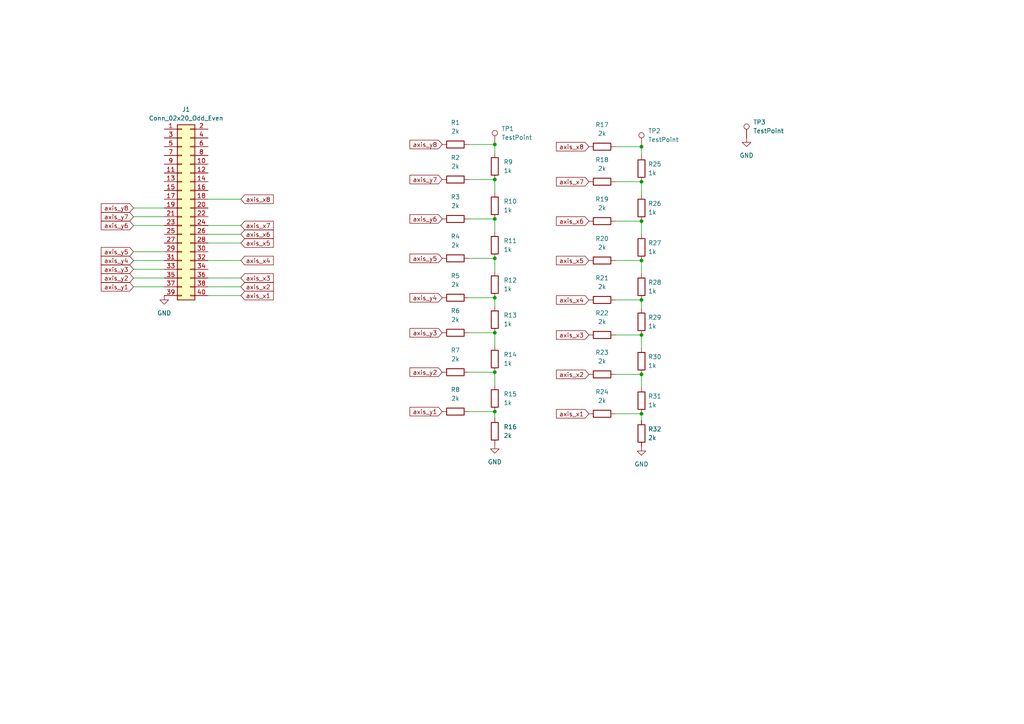
<source format=kicad_sch>
(kicad_sch (version 20230121) (generator eeschema)
  (paper "A4")
  (lib_symbols
    (symbol "Connector:TestPoint" (pin_numbers hide) (pin_names (offset 0.762) hide)
      (property "Reference" "TP" (at 0 6.858 0))
      (property "Value" "TestPoint" (at 0 5.08 0))
      (symbol "TestPoint_0_1"
        (circle (center 0 3.302) (radius 0.762))
      )
      (symbol "TestPoint_1_1"
        (pin passive line (at 0 0 90) (length 2.54) (name "1") (number "1"))
      )
    )
    (symbol "Connector_Generic:Conn_02x20_Odd_Even" (pin_names (offset 1.016) hide)
      (property "Reference" "J" (at 1.27 25.4 0))
      (property "Value" "Conn_02x20_Odd_Even" (at 1.27 -27.94 0))
      (symbol "Conn_02x20_Odd_Even_1_1"
        (rectangle (start -1.27 -25.273) (end 0 -25.527) (stroke (width 0.1524)))
        (rectangle (start -1.27 -22.733) (end 0 -22.987) (stroke (width 0.1524)))
        (rectangle (start -1.27 -20.193) (end 0 -20.447) (stroke (width 0.1524)))
        (rectangle (start -1.27 -17.653) (end 0 -17.907) (stroke (width 0.1524)))
        (rectangle (start -1.27 -15.113) (end 0 -15.367) (stroke (width 0.1524)))
        (rectangle (start -1.27 -12.573) (end 0 -12.827) (stroke (width 0.1524)))
        (rectangle (start -1.27 -10.033) (end 0 -10.287) (stroke (width 0.1524)))
        (rectangle (start -1.27 -7.493) (end 0 -7.747) (stroke (width 0.1524)))
        (rectangle (start -1.27 -4.953) (end 0 -5.207) (stroke (width 0.1524)))
        (rectangle (start -1.27 -2.413) (end 0 -2.667) (stroke (width 0.1524)))
        (rectangle (start -1.27 0.127) (end 0 -0.127) (stroke (width 0.1524)))
        (rectangle (start -1.27 2.667) (end 0 2.413) (stroke (width 0.1524)))
        (rectangle (start -1.27 5.207) (end 0 4.953) (stroke (width 0.1524)))
        (rectangle (start -1.27 7.747) (end 0 7.493) (stroke (width 0.1524)))
        (rectangle (start -1.27 10.287) (end 0 10.033) (stroke (width 0.1524)))
        (rectangle (start -1.27 12.827) (end 0 12.573) (stroke (width 0.1524)))
        (rectangle (start -1.27 15.367) (end 0 15.113) (stroke (width 0.1524)))
        (rectangle (start -1.27 17.907) (end 0 17.653) (stroke (width 0.1524)))
        (rectangle (start -1.27 20.447) (end 0 20.193) (stroke (width 0.1524)))
        (rectangle (start -1.27 22.987) (end 0 22.733) (stroke (width 0.1524)))
        (rectangle (start -1.27 24.13) (end 3.81 -26.67) (stroke (width 0.254)) (fill (type background)))
        (rectangle (start 3.81 -25.273) (end 2.54 -25.527) (stroke (width 0.1524)))
        (rectangle (start 3.81 -22.733) (end 2.54 -22.987) (stroke (width 0.1524)))
        (rectangle (start 3.81 -20.193) (end 2.54 -20.447) (stroke (width 0.1524)))
        (rectangle (start 3.81 -17.653) (end 2.54 -17.907) (stroke (width 0.1524)))
        (rectangle (start 3.81 -15.113) (end 2.54 -15.367) (stroke (width 0.1524)))
        (rectangle (start 3.81 -12.573) (end 2.54 -12.827) (stroke (width 0.1524)))
        (rectangle (start 3.81 -10.033) (end 2.54 -10.287) (stroke (width 0.1524)))
        (rectangle (start 3.81 -7.493) (end 2.54 -7.747) (stroke (width 0.1524)))
        (rectangle (start 3.81 -4.953) (end 2.54 -5.207) (stroke (width 0.1524)))
        (rectangle (start 3.81 -2.413) (end 2.54 -2.667) (stroke (width 0.1524)))
        (rectangle (start 3.81 0.127) (end 2.54 -0.127) (stroke (width 0.1524)))
        (rectangle (start 3.81 2.667) (end 2.54 2.413) (stroke (width 0.1524)))
        (rectangle (start 3.81 5.207) (end 2.54 4.953) (stroke (width 0.1524)))
        (rectangle (start 3.81 7.747) (end 2.54 7.493) (stroke (width 0.1524)))
        (rectangle (start 3.81 10.287) (end 2.54 10.033) (stroke (width 0.1524)))
        (rectangle (start 3.81 12.827) (end 2.54 12.573) (stroke (width 0.1524)))
        (rectangle (start 3.81 15.367) (end 2.54 15.113) (stroke (width 0.1524)))
        (rectangle (start 3.81 17.907) (end 2.54 17.653) (stroke (width 0.1524)))
        (rectangle (start 3.81 20.447) (end 2.54 20.193) (stroke (width 0.1524)))
        (rectangle (start 3.81 22.987) (end 2.54 22.733) (stroke (width 0.1524)))
        (pin passive line (at -5.08 22.86 0) (length 3.81) (name "Pin_1") (number "1"))
        (pin passive line (at 7.62 12.7 180) (length 3.81) (name "Pin_10") (number "10"))
        (pin passive line (at -5.08 10.16 0) (length 3.81) (name "Pin_11") (number "11"))
        (pin passive line (at 7.62 10.16 180) (length 3.81) (name "Pin_12") (number "12"))
        (pin passive line (at -5.08 7.62 0) (length 3.81) (name "Pin_13") (number "13"))
        (pin passive line (at 7.62 7.62 180) (length 3.81) (name "Pin_14") (number "14"))
        (pin passive line (at -5.08 5.08 0) (length 3.81) (name "Pin_15") (number "15"))
        (pin passive line (at 7.62 5.08 180) (length 3.81) (name "Pin_16") (number "16"))
        (pin passive line (at -5.08 2.54 0) (length 3.81) (name "Pin_17") (number "17"))
        (pin passive line (at 7.62 2.54 180) (length 3.81) (name "Pin_18") (number "18"))
        (pin passive line (at -5.08 0 0) (length 3.81) (name "Pin_19") (number "19"))
        (pin passive line (at 7.62 22.86 180) (length 3.81) (name "Pin_2") (number "2"))
        (pin passive line (at 7.62 0 180) (length 3.81) (name "Pin_20") (number "20"))
        (pin passive line (at -5.08 -2.54 0) (length 3.81) (name "Pin_21") (number "21"))
        (pin passive line (at 7.62 -2.54 180) (length 3.81) (name "Pin_22") (number "22"))
        (pin passive line (at -5.08 -5.08 0) (length 3.81) (name "Pin_23") (number "23"))
        (pin passive line (at 7.62 -5.08 180) (length 3.81) (name "Pin_24") (number "24"))
        (pin passive line (at -5.08 -7.62 0) (length 3.81) (name "Pin_25") (number "25"))
        (pin passive line (at 7.62 -7.62 180) (length 3.81) (name "Pin_26") (number "26"))
        (pin passive line (at -5.08 -10.16 0) (length 3.81) (name "Pin_27") (number "27"))
        (pin passive line (at 7.62 -10.16 180) (length 3.81) (name "Pin_28") (number "28"))
        (pin passive line (at -5.08 -12.7 0) (length 3.81) (name "Pin_29") (number "29"))
        (pin passive line (at -5.08 20.32 0) (length 3.81) (name "Pin_3") (number "3"))
        (pin passive line (at 7.62 -12.7 180) (length 3.81) (name "Pin_30") (number "30"))
        (pin passive line (at -5.08 -15.24 0) (length 3.81) (name "Pin_31") (number "31"))
        (pin passive line (at 7.62 -15.24 180) (length 3.81) (name "Pin_32") (number "32"))
        (pin passive line (at -5.08 -17.78 0) (length 3.81) (name "Pin_33") (number "33"))
        (pin passive line (at 7.62 -17.78 180) (length 3.81) (name "Pin_34") (number "34"))
        (pin passive line (at -5.08 -20.32 0) (length 3.81) (name "Pin_35") (number "35"))
        (pin passive line (at 7.62 -20.32 180) (length 3.81) (name "Pin_36") (number "36"))
        (pin passive line (at -5.08 -22.86 0) (length 3.81) (name "Pin_37") (number "37"))
        (pin passive line (at 7.62 -22.86 180) (length 3.81) (name "Pin_38") (number "38"))
        (pin passive line (at -5.08 -25.4 0) (length 3.81) (name "Pin_39") (number "39"))
        (pin passive line (at 7.62 20.32 180) (length 3.81) (name "Pin_4") (number "4"))
        (pin passive line (at 7.62 -25.4 180) (length 3.81) (name "Pin_40") (number "40"))
        (pin passive line (at -5.08 17.78 0) (length 3.81) (name "Pin_5") (number "5"))
        (pin passive line (at 7.62 17.78 180) (length 3.81) (name "Pin_6") (number "6"))
        (pin passive line (at -5.08 15.24 0) (length 3.81) (name "Pin_7") (number "7"))
        (pin passive line (at 7.62 15.24 180) (length 3.81) (name "Pin_8") (number "8"))
        (pin passive line (at -5.08 12.7 0) (length 3.81) (name "Pin_9") (number "9"))
      )
    )
    (symbol "Device:R" (pin_numbers hide) (pin_names (offset 0))
      (property "Reference" "R" (at 2.032 0 90))
      (property "Value" "R" (at 0 0 90))
      (symbol "R_0_1"
        (rectangle (start -1.016 -2.54) (end 1.016 2.54) (stroke (width 0.254)))
      )
      (symbol "R_1_1"
        (pin passive line (at 0 3.81 270) (length 1.27) (name "~") (number "1"))
        (pin passive line (at 0 -3.81 90) (length 1.27) (name "~") (number "2"))
      )
    )
    (symbol "power:GND" (power) (pin_names (offset 0))
      (property "Value" "GND" (at 0 -3.81 0))
      (symbol "GND_0_1"
        (polyline (pts (xy 0 0) (xy 0 -1.27) (xy 1.27 -1.27) (xy 0 -2.54) (xy -1.27 -1.27) (xy 0 -1.27)))
      )
      (symbol "GND_1_1"
        (pin power_in line (at 0 0 270) (length 0) hide (name "GND") (number "1"))
      )
    )
  )
  (junction (at 143.51 86.36))
  (junction (at 143.51 63.5))
  (junction (at 143.51 52.07))
  (junction (at 143.51 41.91))
  (junction (at 143.51 96.52))
  (junction (at 186.055 52.705))
  (junction (at 186.055 75.565))
  (junction (at 186.055 108.585))
  (junction (at 186.055 64.135))
  (junction (at 186.055 42.545))
  (junction (at 186.055 120.015))
  (junction (at 186.055 86.995))
  (junction (at 143.51 74.93))
  (junction (at 186.055 97.155))
  (junction (at 143.51 107.95))
  (junction (at 143.51 119.38))
  (wire (pts (xy 135.89 52.07) (xy 143.51 52.07)))
  (wire (pts (xy 186.055 52.705) (xy 186.055 56.515)))
  (wire (pts (xy 186.055 75.565) (xy 186.055 79.375)))
  (wire (pts (xy 135.89 119.38) (xy 143.51 119.38)))
  (wire (pts (xy 135.89 41.91) (xy 143.51 41.91)))
  (wire (pts (xy 143.51 96.52) (xy 143.51 100.33)))
  (wire (pts (xy 38.735 83.185) (xy 47.625 83.185)))
  (wire (pts (xy 38.735 78.105) (xy 47.625 78.105)))
  (wire (pts (xy 38.735 62.865) (xy 47.625 62.865)))
  (wire (pts (xy 135.89 107.95) (xy 143.51 107.95)))
  (wire (pts (xy 143.51 74.93) (xy 143.51 78.74)))
  (wire (pts (xy 178.435 64.135) (xy 186.055 64.135)))
  (wire (pts (xy 178.435 108.585) (xy 186.055 108.585)))
  (wire (pts (xy 178.435 97.155) (xy 186.055 97.155)))
  (wire (pts (xy 38.735 75.565) (xy 47.625 75.565)))
  (wire (pts (xy 60.325 65.405) (xy 69.85 65.405)))
  (wire (pts (xy 60.325 80.645) (xy 69.85 80.645)))
  (wire (pts (xy 143.51 41.91) (xy 143.51 44.45)))
  (wire (pts (xy 135.89 74.93) (xy 143.51 74.93)))
  (wire (pts (xy 178.435 86.995) (xy 186.055 86.995)))
  (wire (pts (xy 38.735 73.025) (xy 47.625 73.025)))
  (wire (pts (xy 186.055 86.995) (xy 186.055 89.535)))
  (wire (pts (xy 135.89 86.36) (xy 143.51 86.36)))
  (wire (pts (xy 143.51 52.07) (xy 143.51 55.88)))
  (wire (pts (xy 143.51 86.36) (xy 143.51 88.9)))
  (wire (pts (xy 178.435 42.545) (xy 186.055 42.545)))
  (wire (pts (xy 186.055 97.155) (xy 186.055 100.965)))
  (wire (pts (xy 178.435 52.705) (xy 186.055 52.705)))
  (wire (pts (xy 178.435 120.015) (xy 186.055 120.015)))
  (wire (pts (xy 38.735 60.325) (xy 47.625 60.325)))
  (wire (pts (xy 143.51 63.5) (xy 143.51 67.31)))
  (wire (pts (xy 186.055 64.135) (xy 186.055 67.945)))
  (wire (pts (xy 60.325 57.785) (xy 69.85 57.785)))
  (wire (pts (xy 186.055 108.585) (xy 186.055 112.395)))
  (wire (pts (xy 178.435 75.565) (xy 186.055 75.565)))
  (wire (pts (xy 60.325 67.945) (xy 69.85 67.945)))
  (wire (pts (xy 38.735 65.405) (xy 47.625 65.405)))
  (wire (pts (xy 143.51 107.95) (xy 143.51 111.76)))
  (wire (pts (xy 60.325 70.485) (xy 69.85 70.485)))
  (wire (pts (xy 135.89 96.52) (xy 143.51 96.52)))
  (wire (pts (xy 38.735 80.645) (xy 47.625 80.645)))
  (wire (pts (xy 60.325 85.725) (xy 69.85 85.725)))
  (wire (pts (xy 135.89 63.5) (xy 143.51 63.5)))
  (wire (pts (xy 186.055 120.015) (xy 186.055 121.92)))
  (wire (pts (xy 60.325 83.185) (xy 69.85 83.185)))
  (wire (pts (xy 60.325 75.565) (xy 69.85 75.565)))
  (wire (pts (xy 186.055 42.545) (xy 186.055 45.085)))
  (wire (pts (xy 143.51 119.38) (xy 143.51 121.285)))
  (global_label "axis_y1" (shape input) (at 128.27 119.38 180) (property "Intersheetrefs" "${INTERSHEET_REFS}" (effects hide)))
  (global_label "axis_x6" (shape input) (at 170.815 64.135 180) (property "Intersheetrefs" "${INTERSHEET_REFS}" (effects hide)))
  (global_label "axis_y8" (shape input) (at 38.735 60.325 180) (property "Intersheetrefs" "${INTERSHEET_REFS}" (effects hide)))
  (global_label "axis_x8" (shape input) (at 170.815 42.545 180) (property "Intersheetrefs" "${INTERSHEET_REFS}" (effects hide)))
  (global_label "axis_y7" (shape input) (at 38.735 62.865 180) (property "Intersheetrefs" "${INTERSHEET_REFS}" (effects hide)))
  (global_label "axis_x6" (shape input) (at 69.85 67.945 0) (property "Intersheetrefs" "${INTERSHEET_REFS}" (effects hide)))
  (global_label "axis_x5" (shape input) (at 69.85 70.485 0) (property "Intersheetrefs" "${INTERSHEET_REFS}" (effects hide)))
  (global_label "axis_y4" (shape input) (at 38.735 75.565 180) (property "Intersheetrefs" "${INTERSHEET_REFS}" (effects hide)))
  (global_label "axis_y3" (shape input) (at 38.735 78.105 180) (property "Intersheetrefs" "${INTERSHEET_REFS}" (effects hide)))
  (global_label "axis_y6" (shape input) (at 38.735 65.405 180) (property "Intersheetrefs" "${INTERSHEET_REFS}" (effects hide)))
  (global_label "axis_y3" (shape input) (at 128.27 96.52 180) (property "Intersheetrefs" "${INTERSHEET_REFS}" (effects hide)))
  (global_label "axis_x3" (shape input) (at 69.85 80.645 0) (property "Intersheetrefs" "${INTERSHEET_REFS}" (effects hide)))
  (global_label "axis_y6" (shape input) (at 128.27 63.5 180) (property "Intersheetrefs" "${INTERSHEET_REFS}" (effects hide)))
  (global_label "axis_x7" (shape input) (at 69.85 65.405 0) (property "Intersheetrefs" "${INTERSHEET_REFS}" (effects hide)))
  (global_label "axis_y4" (shape input) (at 128.27 86.36 180) (property "Intersheetrefs" "${INTERSHEET_REFS}" (effects hide)))
  (global_label "axis_x1" (shape input) (at 69.85 85.725 0) (property "Intersheetrefs" "${INTERSHEET_REFS}" (effects hide)))
  (global_label "axis_x2" (shape input) (at 69.85 83.185 0) (property "Intersheetrefs" "${INTERSHEET_REFS}" (effects hide)))
  (global_label "axis_y5" (shape input) (at 128.27 74.93 180) (property "Intersheetrefs" "${INTERSHEET_REFS}" (effects hide)))
  (global_label "axis_x4" (shape input) (at 170.815 86.995 180) (property "Intersheetrefs" "${INTERSHEET_REFS}" (effects hide)))
  (global_label "axis_y5" (shape input) (at 38.735 73.025 180) (property "Intersheetrefs" "${INTERSHEET_REFS}" (effects hide)))
  (global_label "axis_x8" (shape input) (at 69.85 57.785 0) (property "Intersheetrefs" "${INTERSHEET_REFS}" (effects hide)))
  (global_label "axis_y8" (shape input) (at 128.27 41.91 180) (property "Intersheetrefs" "${INTERSHEET_REFS}" (effects hide)))
  (global_label "axis_x2" (shape input) (at 170.815 108.585 180) (property "Intersheetrefs" "${INTERSHEET_REFS}" (effects hide)))
  (global_label "axis_x5" (shape input) (at 170.815 75.565 180) (property "Intersheetrefs" "${INTERSHEET_REFS}" (effects hide)))
  (global_label "axis_x3" (shape input) (at 170.815 97.155 180) (property "Intersheetrefs" "${INTERSHEET_REFS}" (effects hide)))
  (global_label "axis_y2" (shape input) (at 38.735 80.645 180) (property "Intersheetrefs" "${INTERSHEET_REFS}" (effects hide)))
  (global_label "axis_y2" (shape input) (at 128.27 107.95 180) (property "Intersheetrefs" "${INTERSHEET_REFS}" (effects hide)))
  (global_label "axis_x1" (shape input) (at 170.815 120.015 180) (property "Intersheetrefs" "${INTERSHEET_REFS}" (effects hide)))
  (global_label "axis_x7" (shape input) (at 170.815 52.705 180) (property "Intersheetrefs" "${INTERSHEET_REFS}" (effects hide)))
  (global_label "axis_x4" (shape input) (at 69.85 75.565 0) (property "Intersheetrefs" "${INTERSHEET_REFS}" (effects hide)))
  (global_label "axis_y1" (shape input) (at 38.735 83.185 180) (property "Intersheetrefs" "${INTERSHEET_REFS}" (effects hide)))
  (global_label "axis_y7" (shape input) (at 128.27 52.07 180) (property "Intersheetrefs" "${INTERSHEET_REFS}" (effects hide)))
  (symbol (lib_id "Device:R") (at 143.51 92.71 180) (unit 1)
    (property "Reference" "R13" (at 146.05 91.44 0) (effects (justify right)))
    (property "Value" "1k" (at 146.05 93.98 0) (effects (justify right)))
    (property "Footprint" "Resistor_THT:R_Axial_DIN0207_L6.3mm_D2.5mm_P7.62mm_Horizontal" (effects hide))
  )
  (symbol (lib_id "Device:R") (at 132.08 41.91 90) (unit 1)
    (property "Reference" "R1" (at 132.08 35.56 90))
    (property "Value" "2k" (at 132.08 38.1 90))
    (property "Footprint" "Resistor_THT:R_Axial_DIN0207_L6.3mm_D2.5mm_P7.62mm_Horizontal" (effects hide))
  )
  (symbol (lib_id "Device:R") (at 132.08 119.38 90) (unit 1)
    (property "Reference" "R8" (at 132.08 113.03 90))
    (property "Value" "2k" (at 132.08 115.57 90))
    (property "Footprint" "Resistor_THT:R_Axial_DIN0207_L6.3mm_D2.5mm_P7.62mm_Horizontal" (effects hide))
  )
  (symbol (lib_id "Device:R") (at 174.625 108.585 90) (unit 1)
    (property "Reference" "R23" (at 174.625 102.235 90))
    (property "Value" "2k" (at 174.625 104.775 90))
    (property "Footprint" "Resistor_THT:R_Axial_DIN0207_L6.3mm_D2.5mm_P7.62mm_Horizontal" (effects hide))
  )
  (symbol (lib_id "power:GND") (at 186.055 129.54 0) (unit 1)
    (property "Reference" "#PWR03" (effects hide))
    (property "Value" "GND" (at 186.055 134.62 0))
  )
  (symbol (lib_id "Device:R") (at 132.08 86.36 90) (unit 1)
    (property "Reference" "R5" (at 132.08 80.01 90))
    (property "Value" "2k" (at 132.08 82.55 90))
    (property "Footprint" "Resistor_THT:R_Axial_DIN0207_L6.3mm_D2.5mm_P7.62mm_Horizontal" (effects hide))
  )
  (symbol (lib_id "Device:R") (at 132.08 107.95 90) (unit 1)
    (property "Reference" "R7" (at 132.08 101.6 90))
    (property "Value" "2k" (at 132.08 104.14 90))
    (property "Footprint" "Resistor_THT:R_Axial_DIN0207_L6.3mm_D2.5mm_P7.62mm_Horizontal" (effects hide))
  )
  (symbol (lib_id "power:GND") (at 216.535 40.005 0) (unit 1)
    (property "Reference" "#PWR04" (effects hide))
    (property "Value" "GND" (at 216.535 45.085 0))
  )
  (symbol (lib_id "Device:R") (at 132.08 63.5 90) (unit 1)
    (property "Reference" "R3" (at 132.08 57.15 90))
    (property "Value" "2k" (at 132.08 59.69 90))
    (property "Footprint" "Resistor_THT:R_Axial_DIN0207_L6.3mm_D2.5mm_P7.62mm_Horizontal" (effects hide))
  )
  (symbol (lib_id "Device:R") (at 143.51 125.095 180) (unit 1)
    (property "Reference" "R16" (at 146.05 123.825 0) (effects (justify right)))
    (property "Value" "2k" (at 146.05 126.365 0) (effects (justify right)))
    (property "Footprint" "Resistor_THT:R_Axial_DIN0207_L6.3mm_D2.5mm_P7.62mm_Horizontal" (effects hide))
  )
  (symbol (lib_id "power:GND") (at 143.51 128.905 0) (unit 1)
    (property "Reference" "#PWR02" (effects hide))
    (property "Value" "GND" (at 143.51 133.985 0))
  )
  (symbol (lib_id "Device:R") (at 132.08 96.52 90) (unit 1)
    (property "Reference" "R6" (at 132.08 90.17 90))
    (property "Value" "2k" (at 132.08 92.71 90))
    (property "Footprint" "Resistor_THT:R_Axial_DIN0207_L6.3mm_D2.5mm_P7.62mm_Horizontal" (effects hide))
  )
  (symbol (lib_id "Device:R") (at 143.51 115.57 180) (unit 1)
    (property "Reference" "R15" (at 146.05 114.3 0) (effects (justify right)))
    (property "Value" "1k" (at 146.05 116.84 0) (effects (justify right)))
    (property "Footprint" "Resistor_THT:R_Axial_DIN0207_L6.3mm_D2.5mm_P7.62mm_Horizontal" (effects hide))
  )
  (symbol (lib_id "Device:R") (at 174.625 97.155 90) (unit 1)
    (property "Reference" "R22" (at 174.625 90.805 90))
    (property "Value" "2k" (at 174.625 93.345 90))
    (property "Footprint" "Resistor_THT:R_Axial_DIN0207_L6.3mm_D2.5mm_P7.62mm_Horizontal" (effects hide))
  )
  (symbol (lib_id "Device:R") (at 174.625 64.135 90) (unit 1)
    (property "Reference" "R19" (at 174.625 57.785 90))
    (property "Value" "2k" (at 174.625 60.325 90))
    (property "Footprint" "Resistor_THT:R_Axial_DIN0207_L6.3mm_D2.5mm_P7.62mm_Horizontal" (effects hide))
  )
  (symbol (lib_id "Device:R") (at 143.51 71.12 180) (unit 1)
    (property "Reference" "R11" (at 146.05 69.85 0) (effects (justify right)))
    (property "Value" "1k" (at 146.05 72.39 0) (effects (justify right)))
    (property "Footprint" "Resistor_THT:R_Axial_DIN0207_L6.3mm_D2.5mm_P7.62mm_Horizontal" (effects hide))
  )
  (symbol (lib_id "Device:R") (at 186.055 125.73 180) (unit 1)
    (property "Reference" "R32" (at 187.96 124.46 0) (effects (justify right)))
    (property "Value" "2k" (at 187.96 127 0) (effects (justify right)))
    (property "Footprint" "Resistor_THT:R_Axial_DIN0207_L6.3mm_D2.5mm_P7.62mm_Horizontal" (effects hide))
  )
  (symbol (lib_id "Device:R") (at 186.055 48.895 180) (unit 1)
    (property "Reference" "R25" (at 187.96 47.625 0) (effects (justify right)))
    (property "Value" "1k" (at 187.96 50.165 0) (effects (justify right)))
    (property "Footprint" "Resistor_THT:R_Axial_DIN0207_L6.3mm_D2.5mm_P7.62mm_Horizontal" (effects hide))
  )
  (symbol (lib_id "power:GND") (at 47.625 85.725 0) (unit 1)
    (property "Reference" "#PWR01" (effects hide))
    (property "Value" "GND" (at 47.625 90.805 0))
  )
  (symbol (lib_id "Device:R") (at 186.055 60.325 180) (unit 1)
    (property "Reference" "R26" (at 187.96 59.055 0) (effects (justify right)))
    (property "Value" "1k" (at 187.96 61.595 0) (effects (justify right)))
    (property "Footprint" "Resistor_THT:R_Axial_DIN0207_L6.3mm_D2.5mm_P7.62mm_Horizontal" (effects hide))
  )
  (symbol (lib_id "Device:R") (at 186.055 93.345 180) (unit 1)
    (property "Reference" "R29" (at 187.96 92.075 0) (effects (justify right)))
    (property "Value" "1k" (at 187.96 94.615 0) (effects (justify right)))
    (property "Footprint" "Resistor_THT:R_Axial_DIN0207_L6.3mm_D2.5mm_P7.62mm_Horizontal" (effects hide))
  )
  (symbol (lib_id "Device:R") (at 174.625 42.545 90) (unit 1)
    (property "Reference" "R17" (at 174.625 36.195 90))
    (property "Value" "2k" (at 174.625 38.735 90))
    (property "Footprint" "Resistor_THT:R_Axial_DIN0207_L6.3mm_D2.5mm_P7.62mm_Horizontal" (effects hide))
  )
  (symbol (lib_id "Connector:TestPoint") (at 186.055 42.545 0) (unit 1)
    (property "Reference" "TP2" (at 187.96 37.973 0) (effects (justify left)))
    (property "Value" "TestPoint" (at 187.96 40.513 0) (effects (justify left)))
    (property "Footprint" "TestPoint:TestPoint_THTPad_D2.5mm_Drill1.2mm" (effects hide))
  )
  (symbol (lib_id "Device:R") (at 186.055 83.185 180) (unit 1)
    (property "Reference" "R28" (at 187.96 81.915 0) (effects (justify right)))
    (property "Value" "1k" (at 187.96 84.455 0) (effects (justify right)))
    (property "Footprint" "Resistor_THT:R_Axial_DIN0207_L6.3mm_D2.5mm_P7.62mm_Horizontal" (effects hide))
  )
  (symbol (lib_id "Device:R") (at 186.055 71.755 180) (unit 1)
    (property "Reference" "R27" (at 187.96 70.485 0) (effects (justify right)))
    (property "Value" "1k" (at 187.96 73.025 0) (effects (justify right)))
    (property "Footprint" "Resistor_THT:R_Axial_DIN0207_L6.3mm_D2.5mm_P7.62mm_Horizontal" (effects hide))
  )
  (symbol (lib_id "Device:R") (at 186.055 104.775 180) (unit 1)
    (property "Reference" "R30" (at 187.96 103.505 0) (effects (justify right)))
    (property "Value" "1k" (at 187.96 106.045 0) (effects (justify right)))
    (property "Footprint" "Resistor_THT:R_Axial_DIN0207_L6.3mm_D2.5mm_P7.62mm_Horizontal" (effects hide))
  )
  (symbol (lib_id "Device:R") (at 174.625 52.705 90) (unit 1)
    (property "Reference" "R18" (at 174.625 46.355 90))
    (property "Value" "2k" (at 174.625 48.895 90))
    (property "Footprint" "Resistor_THT:R_Axial_DIN0207_L6.3mm_D2.5mm_P7.62mm_Horizontal" (effects hide))
  )
  (symbol (lib_id "Device:R") (at 174.625 120.015 90) (unit 1)
    (property "Reference" "R24" (at 174.625 113.665 90))
    (property "Value" "2k" (at 174.625 116.205 90))
    (property "Footprint" "Resistor_THT:R_Axial_DIN0207_L6.3mm_D2.5mm_P7.62mm_Horizontal" (effects hide))
  )
  (symbol (lib_id "Device:R") (at 143.51 104.14 180) (unit 1)
    (property "Reference" "R14" (at 146.05 102.87 0) (effects (justify right)))
    (property "Value" "1k" (at 146.05 105.41 0) (effects (justify right)))
    (property "Footprint" "Resistor_THT:R_Axial_DIN0207_L6.3mm_D2.5mm_P7.62mm_Horizontal" (effects hide))
  )
  (symbol (lib_id "Device:R") (at 143.51 82.55 180) (unit 1)
    (property "Reference" "R12" (at 146.05 81.28 0) (effects (justify right)))
    (property "Value" "1k" (at 146.05 83.82 0) (effects (justify right)))
    (property "Footprint" "Resistor_THT:R_Axial_DIN0207_L6.3mm_D2.5mm_P7.62mm_Horizontal" (effects hide))
  )
  (symbol (lib_id "Connector:TestPoint") (at 216.535 40.005 0) (unit 1)
    (property "Reference" "TP3" (at 218.44 35.433 0) (effects (justify left)))
    (property "Value" "TestPoint" (at 218.44 37.973 0) (effects (justify left)))
    (property "Footprint" "TestPoint:TestPoint_THTPad_D2.5mm_Drill1.2mm" (effects hide))
  )
  (symbol (lib_id "Device:R") (at 174.625 75.565 90) (unit 1)
    (property "Reference" "R20" (at 174.625 69.215 90))
    (property "Value" "2k" (at 174.625 71.755 90))
    (property "Footprint" "Resistor_THT:R_Axial_DIN0207_L6.3mm_D2.5mm_P7.62mm_Horizontal" (effects hide))
  )
  (symbol (lib_id "Connector_Generic:Conn_02x20_Odd_Even") (at 52.705 60.325 0) (unit 1)
    (property "Reference" "J1" (at 53.975 31.75 0))
    (property "Value" "Conn_02x20_Odd_Even" (at 53.975 34.29 0))
    (property "Footprint" "Connector_PinHeader_2.54mm:PinHeader_2x20_P2.54mm_Vertical" (effects hide))
  )
  (symbol (lib_id "Device:R") (at 132.08 74.93 90) (unit 1)
    (property "Reference" "R4" (at 132.08 68.58 90))
    (property "Value" "2k" (at 132.08 71.12 90))
    (property "Footprint" "Resistor_THT:R_Axial_DIN0207_L6.3mm_D2.5mm_P7.62mm_Horizontal" (effects hide))
  )
  (symbol (lib_id "Device:R") (at 132.08 52.07 90) (unit 1)
    (property "Reference" "R2" (at 132.08 45.72 90))
    (property "Value" "2k" (at 132.08 48.26 90))
    (property "Footprint" "Resistor_THT:R_Axial_DIN0207_L6.3mm_D2.5mm_P7.62mm_Horizontal" (effects hide))
  )
  (symbol (lib_id "Device:R") (at 186.055 116.205 180) (unit 1)
    (property "Reference" "R31" (at 187.96 114.935 0) (effects (justify right)))
    (property "Value" "1k" (at 187.96 117.475 0) (effects (justify right)))
    (property "Footprint" "Resistor_THT:R_Axial_DIN0207_L6.3mm_D2.5mm_P7.62mm_Horizontal" (effects hide))
  )
  (symbol (lib_id "Device:R") (at 174.625 86.995 90) (unit 1)
    (property "Reference" "R21" (at 174.625 80.645 90))
    (property "Value" "2k" (at 174.625 83.185 90))
    (property "Footprint" "Resistor_THT:R_Axial_DIN0207_L6.3mm_D2.5mm_P7.62mm_Horizontal" (effects hide))
  )
  (symbol (lib_id "Device:R") (at 143.51 48.26 180) (unit 1)
    (property "Reference" "R9" (at 146.05 46.99 0) (effects (justify right)))
    (property "Value" "1k" (at 146.05 49.53 0) (effects (justify right)))
    (property "Footprint" "Resistor_THT:R_Axial_DIN0207_L6.3mm_D2.5mm_P7.62mm_Horizontal" (effects hide))
  )
  (symbol (lib_id "Connector:TestPoint") (at 143.51 41.91 0) (unit 1)
    (property "Reference" "TP1" (at 145.415 37.338 0) (effects (justify left)))
    (property "Value" "TestPoint" (at 145.415 39.878 0) (effects (justify left)))
    (property "Footprint" "TestPoint:TestPoint_THTPad_D2.5mm_Drill1.2mm" (effects hide))
  )
  (symbol (lib_id "Device:R") (at 143.51 59.69 180) (unit 1)
    (property "Reference" "R10" (at 146.05 58.42 0) (effects (justify right)))
    (property "Value" "1k" (at 146.05 60.96 0) (effects (justify right)))
    (property "Footprint" "Resistor_THT:R_Axial_DIN0207_L6.3mm_D2.5mm_P7.62mm_Horizontal" (effects hide))
  )
)
</source>
